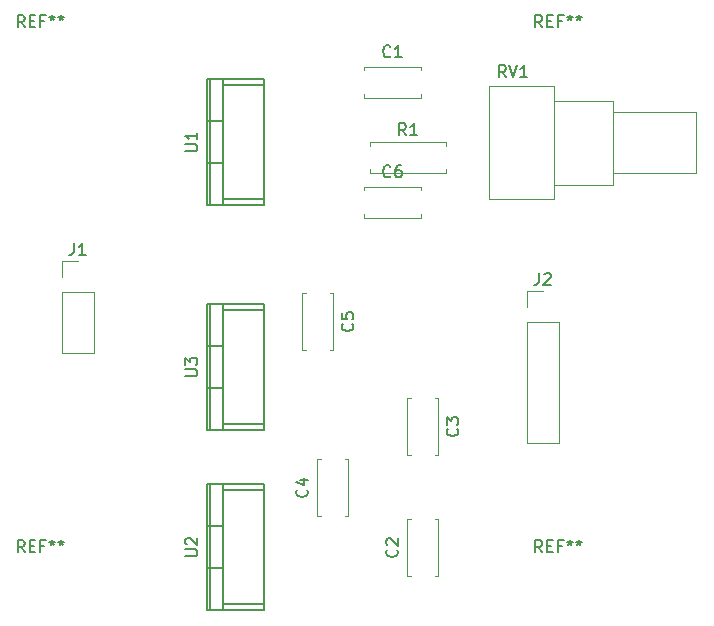
<source format=gbr>
G04 #@! TF.FileFunction,Legend,Top*
%FSLAX46Y46*%
G04 Gerber Fmt 4.6, Leading zero omitted, Abs format (unit mm)*
G04 Created by KiCad (PCBNEW 4.0.7-e2-6376~61~ubuntu18.04.1) date Fri Jan 25 11:22:19 2019*
%MOMM*%
%LPD*%
G01*
G04 APERTURE LIST*
%ADD10C,0.100000*%
%ADD11C,0.120000*%
%ADD12C,0.150000*%
G04 APERTURE END LIST*
D10*
D11*
X151220000Y-60920000D02*
X156040000Y-60920000D01*
X151220000Y-63540000D02*
X156040000Y-63540000D01*
X151220000Y-60920000D02*
X151220000Y-61234000D01*
X151220000Y-63226000D02*
X151220000Y-63540000D01*
X156040000Y-60920000D02*
X156040000Y-61234000D01*
X156040000Y-63226000D02*
X156040000Y-63540000D01*
X154900000Y-104050000D02*
X154900000Y-99230000D01*
X157520000Y-104050000D02*
X157520000Y-99230000D01*
X154900000Y-104050000D02*
X155214000Y-104050000D01*
X157206000Y-104050000D02*
X157520000Y-104050000D01*
X154900000Y-99230000D02*
X155214000Y-99230000D01*
X157206000Y-99230000D02*
X157520000Y-99230000D01*
X157520000Y-88990000D02*
X157520000Y-93810000D01*
X154900000Y-88990000D02*
X154900000Y-93810000D01*
X157520000Y-88990000D02*
X157206000Y-88990000D01*
X155214000Y-88990000D02*
X154900000Y-88990000D01*
X157520000Y-93810000D02*
X157206000Y-93810000D01*
X155214000Y-93810000D02*
X154900000Y-93810000D01*
X147280000Y-98970000D02*
X147280000Y-94150000D01*
X149900000Y-98970000D02*
X149900000Y-94150000D01*
X147280000Y-98970000D02*
X147594000Y-98970000D01*
X149586000Y-98970000D02*
X149900000Y-98970000D01*
X147280000Y-94150000D02*
X147594000Y-94150000D01*
X149586000Y-94150000D02*
X149900000Y-94150000D01*
X148630000Y-80100000D02*
X148630000Y-84920000D01*
X146010000Y-80100000D02*
X146010000Y-84920000D01*
X148630000Y-80100000D02*
X148316000Y-80100000D01*
X146324000Y-80100000D02*
X146010000Y-80100000D01*
X148630000Y-84920000D02*
X148316000Y-84920000D01*
X146324000Y-84920000D02*
X146010000Y-84920000D01*
X151220000Y-71080000D02*
X156040000Y-71080000D01*
X151220000Y-73700000D02*
X156040000Y-73700000D01*
X151220000Y-71080000D02*
X151220000Y-71394000D01*
X151220000Y-73386000D02*
X151220000Y-73700000D01*
X156040000Y-71080000D02*
X156040000Y-71394000D01*
X156040000Y-73386000D02*
X156040000Y-73700000D01*
X125670000Y-85150000D02*
X128330000Y-85150000D01*
X125670000Y-80010000D02*
X125670000Y-85150000D01*
X128330000Y-80010000D02*
X128330000Y-85150000D01*
X125670000Y-80010000D02*
X128330000Y-80010000D01*
X125670000Y-78740000D02*
X125670000Y-77410000D01*
X125670000Y-77410000D02*
X127000000Y-77410000D01*
X165040000Y-92770000D02*
X167700000Y-92770000D01*
X165040000Y-82550000D02*
X165040000Y-92770000D01*
X167700000Y-82550000D02*
X167700000Y-92770000D01*
X165040000Y-82550000D02*
X167700000Y-82550000D01*
X165040000Y-81280000D02*
X165040000Y-79950000D01*
X165040000Y-79950000D02*
X166370000Y-79950000D01*
X151730000Y-67600000D02*
X151730000Y-67270000D01*
X151730000Y-67270000D02*
X158150000Y-67270000D01*
X158150000Y-67270000D02*
X158150000Y-67600000D01*
X151730000Y-69560000D02*
X151730000Y-69890000D01*
X151730000Y-69890000D02*
X158150000Y-69890000D01*
X158150000Y-69890000D02*
X158150000Y-69560000D01*
X161819000Y-62540000D02*
X167340000Y-62540000D01*
X161819000Y-72160000D02*
X167340000Y-72160000D01*
X161819000Y-62540000D02*
X161819000Y-72160000D01*
X167340000Y-62540000D02*
X167340000Y-72160000D01*
X167340000Y-63790000D02*
X172340000Y-63790000D01*
X167340000Y-70910000D02*
X172340000Y-70910000D01*
X167340000Y-63790000D02*
X167340000Y-70910000D01*
X172340000Y-63790000D02*
X172340000Y-70910000D01*
X172340000Y-64790000D02*
X179340000Y-64790000D01*
X172340000Y-69910000D02*
X179340000Y-69910000D01*
X172340000Y-64790000D02*
X172340000Y-69910000D01*
X179340000Y-64790000D02*
X179340000Y-69910000D01*
D12*
X139319000Y-62484000D02*
X142748000Y-62484000D01*
X139319000Y-72136000D02*
X142748000Y-72136000D01*
X138176000Y-61976000D02*
X138176000Y-72644000D01*
X139192000Y-65532000D02*
X137922000Y-65532000D01*
X139192000Y-69088000D02*
X137922000Y-69088000D01*
X139319000Y-72644000D02*
X139319000Y-61976000D01*
X142748000Y-61976000D02*
X142748000Y-72644000D01*
X137922000Y-72644000D02*
X142748000Y-72644000D01*
X137922000Y-61976000D02*
X142748000Y-61976000D01*
X137922000Y-61976000D02*
X137922000Y-72644000D01*
X139319000Y-96774000D02*
X142748000Y-96774000D01*
X139319000Y-106426000D02*
X142748000Y-106426000D01*
X138176000Y-96266000D02*
X138176000Y-106934000D01*
X139192000Y-99822000D02*
X137922000Y-99822000D01*
X139192000Y-103378000D02*
X137922000Y-103378000D01*
X139319000Y-106934000D02*
X139319000Y-96266000D01*
X142748000Y-96266000D02*
X142748000Y-106934000D01*
X137922000Y-106934000D02*
X142748000Y-106934000D01*
X137922000Y-96266000D02*
X142748000Y-96266000D01*
X137922000Y-96266000D02*
X137922000Y-106934000D01*
X139319000Y-81534000D02*
X142748000Y-81534000D01*
X139319000Y-91186000D02*
X142748000Y-91186000D01*
X138176000Y-81026000D02*
X138176000Y-91694000D01*
X139192000Y-84582000D02*
X137922000Y-84582000D01*
X139192000Y-88138000D02*
X137922000Y-88138000D01*
X139319000Y-91694000D02*
X139319000Y-81026000D01*
X142748000Y-81026000D02*
X142748000Y-91694000D01*
X137922000Y-91694000D02*
X142748000Y-91694000D01*
X137922000Y-81026000D02*
X142748000Y-81026000D01*
X137922000Y-81026000D02*
X137922000Y-91694000D01*
X153463334Y-60027143D02*
X153415715Y-60074762D01*
X153272858Y-60122381D01*
X153177620Y-60122381D01*
X153034762Y-60074762D01*
X152939524Y-59979524D01*
X152891905Y-59884286D01*
X152844286Y-59693810D01*
X152844286Y-59550952D01*
X152891905Y-59360476D01*
X152939524Y-59265238D01*
X153034762Y-59170000D01*
X153177620Y-59122381D01*
X153272858Y-59122381D01*
X153415715Y-59170000D01*
X153463334Y-59217619D01*
X154415715Y-60122381D02*
X153844286Y-60122381D01*
X154130000Y-60122381D02*
X154130000Y-59122381D01*
X154034762Y-59265238D01*
X153939524Y-59360476D01*
X153844286Y-59408095D01*
X154007143Y-101806666D02*
X154054762Y-101854285D01*
X154102381Y-101997142D01*
X154102381Y-102092380D01*
X154054762Y-102235238D01*
X153959524Y-102330476D01*
X153864286Y-102378095D01*
X153673810Y-102425714D01*
X153530952Y-102425714D01*
X153340476Y-102378095D01*
X153245238Y-102330476D01*
X153150000Y-102235238D01*
X153102381Y-102092380D01*
X153102381Y-101997142D01*
X153150000Y-101854285D01*
X153197619Y-101806666D01*
X153197619Y-101425714D02*
X153150000Y-101378095D01*
X153102381Y-101282857D01*
X153102381Y-101044761D01*
X153150000Y-100949523D01*
X153197619Y-100901904D01*
X153292857Y-100854285D01*
X153388095Y-100854285D01*
X153530952Y-100901904D01*
X154102381Y-101473333D01*
X154102381Y-100854285D01*
X159127143Y-91566666D02*
X159174762Y-91614285D01*
X159222381Y-91757142D01*
X159222381Y-91852380D01*
X159174762Y-91995238D01*
X159079524Y-92090476D01*
X158984286Y-92138095D01*
X158793810Y-92185714D01*
X158650952Y-92185714D01*
X158460476Y-92138095D01*
X158365238Y-92090476D01*
X158270000Y-91995238D01*
X158222381Y-91852380D01*
X158222381Y-91757142D01*
X158270000Y-91614285D01*
X158317619Y-91566666D01*
X158222381Y-91233333D02*
X158222381Y-90614285D01*
X158603333Y-90947619D01*
X158603333Y-90804761D01*
X158650952Y-90709523D01*
X158698571Y-90661904D01*
X158793810Y-90614285D01*
X159031905Y-90614285D01*
X159127143Y-90661904D01*
X159174762Y-90709523D01*
X159222381Y-90804761D01*
X159222381Y-91090476D01*
X159174762Y-91185714D01*
X159127143Y-91233333D01*
X146387143Y-96726666D02*
X146434762Y-96774285D01*
X146482381Y-96917142D01*
X146482381Y-97012380D01*
X146434762Y-97155238D01*
X146339524Y-97250476D01*
X146244286Y-97298095D01*
X146053810Y-97345714D01*
X145910952Y-97345714D01*
X145720476Y-97298095D01*
X145625238Y-97250476D01*
X145530000Y-97155238D01*
X145482381Y-97012380D01*
X145482381Y-96917142D01*
X145530000Y-96774285D01*
X145577619Y-96726666D01*
X145815714Y-95869523D02*
X146482381Y-95869523D01*
X145434762Y-96107619D02*
X146149048Y-96345714D01*
X146149048Y-95726666D01*
X150237143Y-82676666D02*
X150284762Y-82724285D01*
X150332381Y-82867142D01*
X150332381Y-82962380D01*
X150284762Y-83105238D01*
X150189524Y-83200476D01*
X150094286Y-83248095D01*
X149903810Y-83295714D01*
X149760952Y-83295714D01*
X149570476Y-83248095D01*
X149475238Y-83200476D01*
X149380000Y-83105238D01*
X149332381Y-82962380D01*
X149332381Y-82867142D01*
X149380000Y-82724285D01*
X149427619Y-82676666D01*
X149332381Y-81771904D02*
X149332381Y-82248095D01*
X149808571Y-82295714D01*
X149760952Y-82248095D01*
X149713333Y-82152857D01*
X149713333Y-81914761D01*
X149760952Y-81819523D01*
X149808571Y-81771904D01*
X149903810Y-81724285D01*
X150141905Y-81724285D01*
X150237143Y-81771904D01*
X150284762Y-81819523D01*
X150332381Y-81914761D01*
X150332381Y-82152857D01*
X150284762Y-82248095D01*
X150237143Y-82295714D01*
X153463334Y-70187143D02*
X153415715Y-70234762D01*
X153272858Y-70282381D01*
X153177620Y-70282381D01*
X153034762Y-70234762D01*
X152939524Y-70139524D01*
X152891905Y-70044286D01*
X152844286Y-69853810D01*
X152844286Y-69710952D01*
X152891905Y-69520476D01*
X152939524Y-69425238D01*
X153034762Y-69330000D01*
X153177620Y-69282381D01*
X153272858Y-69282381D01*
X153415715Y-69330000D01*
X153463334Y-69377619D01*
X154320477Y-69282381D02*
X154130000Y-69282381D01*
X154034762Y-69330000D01*
X153987143Y-69377619D01*
X153891905Y-69520476D01*
X153844286Y-69710952D01*
X153844286Y-70091905D01*
X153891905Y-70187143D01*
X153939524Y-70234762D01*
X154034762Y-70282381D01*
X154225239Y-70282381D01*
X154320477Y-70234762D01*
X154368096Y-70187143D01*
X154415715Y-70091905D01*
X154415715Y-69853810D01*
X154368096Y-69758571D01*
X154320477Y-69710952D01*
X154225239Y-69663333D01*
X154034762Y-69663333D01*
X153939524Y-69710952D01*
X153891905Y-69758571D01*
X153844286Y-69853810D01*
X126666667Y-75862381D02*
X126666667Y-76576667D01*
X126619047Y-76719524D01*
X126523809Y-76814762D01*
X126380952Y-76862381D01*
X126285714Y-76862381D01*
X127666667Y-76862381D02*
X127095238Y-76862381D01*
X127380952Y-76862381D02*
X127380952Y-75862381D01*
X127285714Y-76005238D01*
X127190476Y-76100476D01*
X127095238Y-76148095D01*
X166036667Y-78402381D02*
X166036667Y-79116667D01*
X165989047Y-79259524D01*
X165893809Y-79354762D01*
X165750952Y-79402381D01*
X165655714Y-79402381D01*
X166465238Y-78497619D02*
X166512857Y-78450000D01*
X166608095Y-78402381D01*
X166846191Y-78402381D01*
X166941429Y-78450000D01*
X166989048Y-78497619D01*
X167036667Y-78592857D01*
X167036667Y-78688095D01*
X166989048Y-78830952D01*
X166417619Y-79402381D01*
X167036667Y-79402381D01*
X154773334Y-66722381D02*
X154440000Y-66246190D01*
X154201905Y-66722381D02*
X154201905Y-65722381D01*
X154582858Y-65722381D01*
X154678096Y-65770000D01*
X154725715Y-65817619D01*
X154773334Y-65912857D01*
X154773334Y-66055714D01*
X154725715Y-66150952D01*
X154678096Y-66198571D01*
X154582858Y-66246190D01*
X154201905Y-66246190D01*
X155725715Y-66722381D02*
X155154286Y-66722381D01*
X155440000Y-66722381D02*
X155440000Y-65722381D01*
X155344762Y-65865238D01*
X155249524Y-65960476D01*
X155154286Y-66008095D01*
X163234762Y-61802381D02*
X162901428Y-61326190D01*
X162663333Y-61802381D02*
X162663333Y-60802381D01*
X163044286Y-60802381D01*
X163139524Y-60850000D01*
X163187143Y-60897619D01*
X163234762Y-60992857D01*
X163234762Y-61135714D01*
X163187143Y-61230952D01*
X163139524Y-61278571D01*
X163044286Y-61326190D01*
X162663333Y-61326190D01*
X163520476Y-60802381D02*
X163853809Y-61802381D01*
X164187143Y-60802381D01*
X165044286Y-61802381D02*
X164472857Y-61802381D01*
X164758571Y-61802381D02*
X164758571Y-60802381D01*
X164663333Y-60945238D01*
X164568095Y-61040476D01*
X164472857Y-61088095D01*
X136104381Y-68071905D02*
X136913905Y-68071905D01*
X137009143Y-68024286D01*
X137056762Y-67976667D01*
X137104381Y-67881429D01*
X137104381Y-67690952D01*
X137056762Y-67595714D01*
X137009143Y-67548095D01*
X136913905Y-67500476D01*
X136104381Y-67500476D01*
X137104381Y-66500476D02*
X137104381Y-67071905D01*
X137104381Y-66786191D02*
X136104381Y-66786191D01*
X136247238Y-66881429D01*
X136342476Y-66976667D01*
X136390095Y-67071905D01*
X136104381Y-102361905D02*
X136913905Y-102361905D01*
X137009143Y-102314286D01*
X137056762Y-102266667D01*
X137104381Y-102171429D01*
X137104381Y-101980952D01*
X137056762Y-101885714D01*
X137009143Y-101838095D01*
X136913905Y-101790476D01*
X136104381Y-101790476D01*
X136199619Y-101361905D02*
X136152000Y-101314286D01*
X136104381Y-101219048D01*
X136104381Y-100980952D01*
X136152000Y-100885714D01*
X136199619Y-100838095D01*
X136294857Y-100790476D01*
X136390095Y-100790476D01*
X136532952Y-100838095D01*
X137104381Y-101409524D01*
X137104381Y-100790476D01*
X136104381Y-87121905D02*
X136913905Y-87121905D01*
X137009143Y-87074286D01*
X137056762Y-87026667D01*
X137104381Y-86931429D01*
X137104381Y-86740952D01*
X137056762Y-86645714D01*
X137009143Y-86598095D01*
X136913905Y-86550476D01*
X136104381Y-86550476D01*
X136104381Y-86169524D02*
X136104381Y-85550476D01*
X136485333Y-85883810D01*
X136485333Y-85740952D01*
X136532952Y-85645714D01*
X136580571Y-85598095D01*
X136675810Y-85550476D01*
X136913905Y-85550476D01*
X137009143Y-85598095D01*
X137056762Y-85645714D01*
X137104381Y-85740952D01*
X137104381Y-86026667D01*
X137056762Y-86121905D01*
X137009143Y-86169524D01*
X122491667Y-57577381D02*
X122158333Y-57101190D01*
X121920238Y-57577381D02*
X121920238Y-56577381D01*
X122301191Y-56577381D01*
X122396429Y-56625000D01*
X122444048Y-56672619D01*
X122491667Y-56767857D01*
X122491667Y-56910714D01*
X122444048Y-57005952D01*
X122396429Y-57053571D01*
X122301191Y-57101190D01*
X121920238Y-57101190D01*
X122920238Y-57053571D02*
X123253572Y-57053571D01*
X123396429Y-57577381D02*
X122920238Y-57577381D01*
X122920238Y-56577381D01*
X123396429Y-56577381D01*
X124158334Y-57053571D02*
X123825000Y-57053571D01*
X123825000Y-57577381D02*
X123825000Y-56577381D01*
X124301191Y-56577381D01*
X124825000Y-56577381D02*
X124825000Y-56815476D01*
X124586905Y-56720238D02*
X124825000Y-56815476D01*
X125063096Y-56720238D01*
X124682143Y-57005952D02*
X124825000Y-56815476D01*
X124967858Y-57005952D01*
X125586905Y-56577381D02*
X125586905Y-56815476D01*
X125348810Y-56720238D02*
X125586905Y-56815476D01*
X125825001Y-56720238D01*
X125444048Y-57005952D02*
X125586905Y-56815476D01*
X125729763Y-57005952D01*
X166306667Y-57577381D02*
X165973333Y-57101190D01*
X165735238Y-57577381D02*
X165735238Y-56577381D01*
X166116191Y-56577381D01*
X166211429Y-56625000D01*
X166259048Y-56672619D01*
X166306667Y-56767857D01*
X166306667Y-56910714D01*
X166259048Y-57005952D01*
X166211429Y-57053571D01*
X166116191Y-57101190D01*
X165735238Y-57101190D01*
X166735238Y-57053571D02*
X167068572Y-57053571D01*
X167211429Y-57577381D02*
X166735238Y-57577381D01*
X166735238Y-56577381D01*
X167211429Y-56577381D01*
X167973334Y-57053571D02*
X167640000Y-57053571D01*
X167640000Y-57577381D02*
X167640000Y-56577381D01*
X168116191Y-56577381D01*
X168640000Y-56577381D02*
X168640000Y-56815476D01*
X168401905Y-56720238D02*
X168640000Y-56815476D01*
X168878096Y-56720238D01*
X168497143Y-57005952D02*
X168640000Y-56815476D01*
X168782858Y-57005952D01*
X169401905Y-56577381D02*
X169401905Y-56815476D01*
X169163810Y-56720238D02*
X169401905Y-56815476D01*
X169640001Y-56720238D01*
X169259048Y-57005952D02*
X169401905Y-56815476D01*
X169544763Y-57005952D01*
X122491667Y-102027381D02*
X122158333Y-101551190D01*
X121920238Y-102027381D02*
X121920238Y-101027381D01*
X122301191Y-101027381D01*
X122396429Y-101075000D01*
X122444048Y-101122619D01*
X122491667Y-101217857D01*
X122491667Y-101360714D01*
X122444048Y-101455952D01*
X122396429Y-101503571D01*
X122301191Y-101551190D01*
X121920238Y-101551190D01*
X122920238Y-101503571D02*
X123253572Y-101503571D01*
X123396429Y-102027381D02*
X122920238Y-102027381D01*
X122920238Y-101027381D01*
X123396429Y-101027381D01*
X124158334Y-101503571D02*
X123825000Y-101503571D01*
X123825000Y-102027381D02*
X123825000Y-101027381D01*
X124301191Y-101027381D01*
X124825000Y-101027381D02*
X124825000Y-101265476D01*
X124586905Y-101170238D02*
X124825000Y-101265476D01*
X125063096Y-101170238D01*
X124682143Y-101455952D02*
X124825000Y-101265476D01*
X124967858Y-101455952D01*
X125586905Y-101027381D02*
X125586905Y-101265476D01*
X125348810Y-101170238D02*
X125586905Y-101265476D01*
X125825001Y-101170238D01*
X125444048Y-101455952D02*
X125586905Y-101265476D01*
X125729763Y-101455952D01*
X166306667Y-102027381D02*
X165973333Y-101551190D01*
X165735238Y-102027381D02*
X165735238Y-101027381D01*
X166116191Y-101027381D01*
X166211429Y-101075000D01*
X166259048Y-101122619D01*
X166306667Y-101217857D01*
X166306667Y-101360714D01*
X166259048Y-101455952D01*
X166211429Y-101503571D01*
X166116191Y-101551190D01*
X165735238Y-101551190D01*
X166735238Y-101503571D02*
X167068572Y-101503571D01*
X167211429Y-102027381D02*
X166735238Y-102027381D01*
X166735238Y-101027381D01*
X167211429Y-101027381D01*
X167973334Y-101503571D02*
X167640000Y-101503571D01*
X167640000Y-102027381D02*
X167640000Y-101027381D01*
X168116191Y-101027381D01*
X168640000Y-101027381D02*
X168640000Y-101265476D01*
X168401905Y-101170238D02*
X168640000Y-101265476D01*
X168878096Y-101170238D01*
X168497143Y-101455952D02*
X168640000Y-101265476D01*
X168782858Y-101455952D01*
X169401905Y-101027381D02*
X169401905Y-101265476D01*
X169163810Y-101170238D02*
X169401905Y-101265476D01*
X169640001Y-101170238D01*
X169259048Y-101455952D02*
X169401905Y-101265476D01*
X169544763Y-101455952D01*
M02*

</source>
